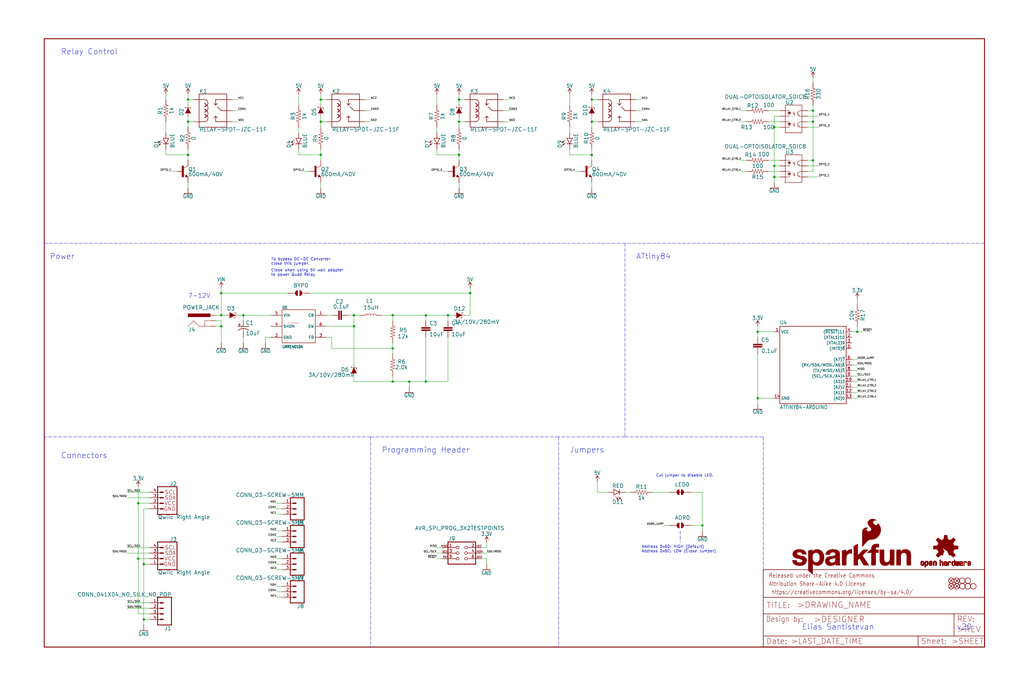
<source format=kicad_sch>
(kicad_sch (version 20211123) (generator eeschema)
  (paper "User" 470.306 317.906)
  (lib_symbols
    (symbol "schematicEagle-eagle-import:0.1UF-0402-10V-10%-X7R"
      (property "Reference" "C" (at 1.524 2.921 0))
      (property "Value" "0.1UF-0402-10V-10%-X7R" (at 1.524 -2.159 0))
      (symbol "0.1UF-0402-10V-10%-X7R_1_0"
        (pin passive line (at 0 5.08 270) (length 2.54) (name "1") (number "1"))
        (pin passive line (at 0 -2.54 90) (length 2.54) (name "2") (number "2"))
      )
    )
    (symbol "schematicEagle-eagle-import:0.1UF-0603-25V-(+80{slash}-20%)"
      (property "Reference" "C" (at 1.524 2.921 0))
      (property "Value" "0.1UF-0603-25V-(+80{slash}-20%)" (at 1.524 -2.159 0))
      (symbol "0.1UF-0603-25V-(+80{slash}-20%)_1_0"
        (pin passive line (at 0 5.08 270) (length 2.54) (name "1") (number "1"))
        (pin passive line (at 0 -2.54 90) (length 2.54) (name "2") (number "2"))
      )
    )
    (symbol "schematicEagle-eagle-import:0OHM-0603-1{slash}10W"
      (property "Reference" "R" (at 0 1.524 0))
      (property "Value" "0OHM-0603-1{slash}10W" (at 0 -1.524 0))
      (symbol "0OHM-0603-1{slash}10W_1_0"
        (pin passive line (at -5.08 0 0) (length 2.54) (name "1") (number "1"))
        (pin passive line (at 5.08 0 180) (length 2.54) (name "2") (number "2"))
      )
    )
    (symbol "schematicEagle-eagle-import:100OHM-0603-1{slash}10W-1%"
      (property "Reference" "R" (at 0 1.524 0))
      (property "Value" "100OHM-0603-1{slash}10W-1%" (at 0 -1.524 0))
      (symbol "100OHM-0603-1{slash}10W-1%_1_0"
        (pin passive line (at -5.08 0 0) (length 2.54) (name "1") (number "1"))
        (pin passive line (at 5.08 0 180) (length 2.54) (name "2") (number "2"))
      )
    )
    (symbol "schematicEagle-eagle-import:10KOHM-0603-1{slash}10W-1%"
      (property "Reference" "R" (at 0 1.524 0))
      (property "Value" "10KOHM-0603-1{slash}10W-1%" (at 0 -1.524 0))
      (symbol "10KOHM-0603-1{slash}10W-1%_1_0"
        (pin passive line (at -5.08 0 0) (length 2.54) (name "1") (number "1"))
        (pin passive line (at 5.08 0 180) (length 2.54) (name "2") (number "2"))
      )
    )
    (symbol "schematicEagle-eagle-import:10UF-0603-6.3V-20%"
      (property "Reference" "C" (at 1.524 2.921 0))
      (property "Value" "10UF-0603-6.3V-20%" (at 1.524 -2.159 0))
      (symbol "10UF-0603-6.3V-20%_1_0"
        (pin passive line (at 0 5.08 270) (length 2.54) (name "1") (number "1"))
        (pin passive line (at 0 -2.54 90) (length 2.54) (name "2") (number "2"))
      )
    )
    (symbol "schematicEagle-eagle-import:10UF-POLAR-EIA3528-20V-10%(TANT)"
      (property "Reference" "C" (at 1.016 0.635 0))
      (property "Value" "10UF-POLAR-EIA3528-20V-10%(TANT)" (at 1.016 -4.191 0))
      (symbol "10UF-POLAR-EIA3528-20V-10%(TANT)_1_0"
        (pin passive line (at 0 2.54 270) (length 2.54) (name "+") (number "A"))
        (pin passive line (at 0 -5.08 90) (length 2.54) (name "-") (number "C"))
      )
    )
    (symbol "schematicEagle-eagle-import:12KOHM-0603-1{slash}10W-1%"
      (property "Reference" "R" (at 0 1.524 0))
      (property "Value" "12KOHM-0603-1{slash}10W-1%" (at 0 -1.524 0))
      (symbol "12KOHM-0603-1{slash}10W-1%_1_0"
        (pin passive line (at -5.08 0 0) (length 2.54) (name "1") (number "1"))
        (pin passive line (at 5.08 0 180) (length 2.54) (name "2") (number "2"))
      )
    )
    (symbol "schematicEagle-eagle-import:1KOHM-0603-1{slash}10W-1%"
      (property "Reference" "R" (at 0 1.524 0))
      (property "Value" "1KOHM-0603-1{slash}10W-1%" (at 0 -1.524 0))
      (symbol "1KOHM-0603-1{slash}10W-1%_1_0"
        (pin passive line (at -5.08 0 0) (length 2.54) (name "1") (number "1"))
        (pin passive line (at 5.08 0 180) (length 2.54) (name "2") (number "2"))
      )
    )
    (symbol "schematicEagle-eagle-import:2.0KOHM-0603-1{slash}10W-5%"
      (property "Reference" "R" (at 0 1.524 0))
      (property "Value" "2.0KOHM-0603-1{slash}10W-5%" (at 0 -1.524 0))
      (symbol "2.0KOHM-0603-1{slash}10W-5%_1_0"
        (pin passive line (at -5.08 0 0) (length 2.54) (name "1") (number "1"))
        (pin passive line (at 5.08 0 180) (length 2.54) (name "2") (number "2"))
      )
    )
    (symbol "schematicEagle-eagle-import:3.3V" (power)
      (property "Value" "3.3V" (at 0 2.794 0))
      (symbol "3.3V_1_0"
        (pin power_in line (at 0 0 90) (length 2.54) (name "3.3V") (number "1"))
      )
    )
    (symbol "schematicEagle-eagle-import:330OHM-0603-1{slash}10W-1%"
      (property "Reference" "R" (at 0 1.524 0))
      (property "Value" "330OHM-0603-1{slash}10W-1%" (at 0 -1.524 0))
      (symbol "330OHM-0603-1{slash}10W-1%_1_0"
        (pin passive line (at -5.08 0 0) (length 2.54) (name "1") (number "1"))
        (pin passive line (at 5.08 0 180) (length 2.54) (name "2") (number "2"))
      )
    )
    (symbol "schematicEagle-eagle-import:5V" (power)
      (property "Value" "5V" (at 0 2.794 0))
      (symbol "5V_1_0"
        (pin power_in line (at 0 0 90) (length 2.54) (name "5V") (number "1"))
      )
    )
    (symbol "schematicEagle-eagle-import:ATTINY84-ARDUINO"
      (property "Reference" "U" (at -15.24 18.542 0))
      (property "Value" "ATTINY84-ARDUINO" (at -15.24 -20.32 0))
      (symbol "ATTINY84-ARDUINO_1_0"
        (pin bidirectional line (at -17.78 15.24 0) (length 2.54) (name "VCC") (number "1"))
        (pin bidirectional line (at 17.78 -7.62 180) (length 2.54) (name "(A3)3") (number "10"))
        (pin bidirectional line (at 17.78 -10.16 180) (length 2.54) (name "(A2)2") (number "11"))
        (pin bidirectional line (at 17.78 -12.7 180) (length 2.54) (name "(A1)1") (number "12"))
        (pin bidirectional line (at 17.78 -15.24 180) (length 2.54) (name "(A0)0") (number "13"))
        (pin bidirectional line (at -17.78 -15.24 0) (length 2.54) (name "GND") (number "14"))
        (pin bidirectional line (at 17.78 12.7 180) (length 2.54) (name "(XTAL1)10") (number "2"))
        (pin bidirectional line (at 17.78 10.16 180) (length 2.54) (name "(XTAL2)9") (number "3"))
        (pin bidirectional line (at 17.78 15.24 180) (length 2.54) (name "(~{RESET})11") (number "4"))
        (pin bidirectional line (at 17.78 7.62 180) (length 2.54) (name "(INT0)~{8}") (number "5"))
        (pin bidirectional line (at 17.78 2.54 180) (length 2.54) (name "(A7)~{7}") (number "6"))
        (pin bidirectional line (at 17.78 0 180) (length 2.54) (name "(RX/SDA/MOSI/A6)~{6}") (number "7"))
        (pin bidirectional line (at 17.78 -2.54 180) (length 2.54) (name "(TX/MISO/A5)~{5}") (number "8"))
        (pin bidirectional line (at 17.78 -5.08 180) (length 2.54) (name "(SCL/SCK/A4)4") (number "9"))
      )
    )
    (symbol "schematicEagle-eagle-import:AVR_SPI_PROG_3X2TESTPOINTS"
      (property "Reference" "J" (at -5.08 5.588 0))
      (property "Value" "AVR_SPI_PROG_3X2TESTPOINTS" (at -5.08 -7.366 0))
      (symbol "AVR_SPI_PROG_3X2TESTPOINTS_1_0"
        (text "GND" (at 8.001 -2.286 0) (effects (font (size 0.8128 0.8128)) (justify left bottom)))
        (text "MISO" (at -5.207 2.794 0) (effects (font (size 0.8128 0.8128)) (justify right bottom)))
        (text "MOSI" (at 8.001 0.254 0) (effects (font (size 0.8128 0.8128)) (justify left bottom)))
        (text "RST" (at -5.08 -2.286 0) (effects (font (size 0.8128 0.8128)) (justify right bottom)))
        (text "SCK" (at -5.207 0.254 0) (effects (font (size 0.8128 0.8128)) (justify right bottom)))
        (text "VCC" (at 8.001 2.794 0) (effects (font (size 0.8128 0.8128)) (justify left bottom)))
        (pin passive inverted (at -7.62 2.54 0) (length 7.62) (name "1") (number "1"))
        (pin passive inverted (at 10.16 2.54 180) (length 7.62) (name "2") (number "2"))
        (pin passive inverted (at -7.62 0 0) (length 7.62) (name "3") (number "3"))
        (pin passive inverted (at 10.16 0 180) (length 7.62) (name "4") (number "4"))
        (pin passive inverted (at -7.62 -2.54 0) (length 7.62) (name "5") (number "5"))
        (pin passive inverted (at 10.16 -2.54 180) (length 7.62) (name "6") (number "6"))
      )
    )
    (symbol "schematicEagle-eagle-import:CONN_03-SCREW-5MM"
      (property "Reference" "J" (at -2.54 5.588 0))
      (property "Value" "CONN_03-SCREW-5MM" (at -2.54 -7.366 0))
      (symbol "CONN_03-SCREW-5MM_1_0"
        (pin passive line (at 7.62 -2.54 180) (length 5.08) (name "1") (number "1"))
        (pin passive line (at 7.62 0 180) (length 5.08) (name "2") (number "2"))
        (pin passive line (at 7.62 2.54 180) (length 5.08) (name "3") (number "3"))
      )
    )
    (symbol "schematicEagle-eagle-import:CONN_041X04_NO_SILK_NO_POP"
      (property "Reference" "J" (at -5.08 8.128 0))
      (property "Value" "CONN_041X04_NO_SILK_NO_POP" (at -5.08 -7.366 0))
      (symbol "CONN_041X04_NO_SILK_NO_POP_1_0"
        (pin passive line (at 5.08 -2.54 180) (length 5.08) (name "1") (number "1"))
        (pin passive line (at 5.08 0 180) (length 5.08) (name "2") (number "2"))
        (pin passive line (at 5.08 2.54 180) (length 5.08) (name "3") (number "3"))
        (pin passive line (at 5.08 5.08 180) (length 5.08) (name "4") (number "4"))
      )
    )
    (symbol "schematicEagle-eagle-import:DIODE-SCHOTTKY-BAT20J"
      (property "Reference" "D" (at -2.54 2.032 0))
      (property "Value" "DIODE-SCHOTTKY-BAT20J" (at -2.54 -2.032 0))
      (symbol "DIODE-SCHOTTKY-BAT20J_1_0"
        (pin passive line (at -2.54 0 0) (length 0) (name "A") (number "A"))
        (pin passive line (at 2.54 0 180) (length 0) (name "C") (number "C"))
      )
    )
    (symbol "schematicEagle-eagle-import:DIODE-SCHOTTKY-BAT60A"
      (property "Reference" "D" (at -2.54 2.032 0))
      (property "Value" "DIODE-SCHOTTKY-BAT60A" (at -2.54 -2.032 0))
      (symbol "DIODE-SCHOTTKY-BAT60A_1_0"
        (pin passive line (at -2.54 0 0) (length 0) (name "A") (number "A"))
        (pin passive line (at 2.54 0 180) (length 0) (name "C") (number "C"))
      )
    )
    (symbol "schematicEagle-eagle-import:DIODE-SCHOTTKY-SS14"
      (property "Reference" "D" (at -2.54 2.032 0))
      (property "Value" "DIODE-SCHOTTKY-SS14" (at -2.54 -2.032 0))
      (symbol "DIODE-SCHOTTKY-SS14_1_0"
        (pin passive line (at -2.54 0 0) (length 0) (name "A") (number "A"))
        (pin passive line (at 2.54 0 180) (length 0) (name "C") (number "C"))
      )
    )
    (symbol "schematicEagle-eagle-import:DUAL-OPTOISOLATOR_SOIC8"
      (property "Reference" "U" (at -5.08 7.874 0))
      (property "Value" "DUAL-OPTOISOLATOR_SOIC8" (at -5.08 -5.334 0))
      (symbol "DUAL-OPTOISOLATOR_SOIC8_1_0"
        (pin bidirectional line (at -7.62 5.08 0) (length 2.54) (name "A1") (number "1"))
        (pin bidirectional line (at -7.62 2.54 0) (length 2.54) (name "C1") (number "2"))
        (pin bidirectional line (at -7.62 0 0) (length 2.54) (name "A2") (number "3"))
        (pin bidirectional line (at -7.62 -2.54 0) (length 2.54) (name "C2") (number "4"))
        (pin bidirectional line (at 5.08 -2.54 180) (length 2.54) (name "EM2") (number "5"))
        (pin bidirectional line (at 5.08 0 180) (length 2.54) (name "CL2") (number "6"))
        (pin bidirectional line (at 5.08 2.54 180) (length 2.54) (name "EM1") (number "7"))
        (pin bidirectional line (at 5.08 5.08 180) (length 2.54) (name "CL1") (number "8"))
      )
    )
    (symbol "schematicEagle-eagle-import:FIDUCIAL1X2")
    (symbol "schematicEagle-eagle-import:FRAME-LEDGER"
      (symbol "FRAME-LEDGER_2_0"
        (text " https://creativecommons.org/licenses/by-sa/4.0/" (at 2.54 24.13 0) (effects (font (size 1.9304 1.6408)) (justify left bottom)))
        (text ">DESIGNER" (at 23.114 11.176 0) (effects (font (size 2.7432 2.7432)) (justify left bottom)))
        (text ">DRAWING_NAME" (at 15.494 17.78 0) (effects (font (size 2.7432 2.7432)) (justify left bottom)))
        (text ">LAST_DATE_TIME" (at 12.7 1.27 0) (effects (font (size 2.54 2.54)) (justify left bottom)))
        (text ">REV" (at 88.9 6.604 0) (effects (font (size 2.7432 2.7432)) (justify left bottom)))
        (text ">SHEET" (at 86.36 1.27 0) (effects (font (size 2.54 2.54)) (justify left bottom)))
        (text "Attribution Share-Alike 4.0 License" (at 2.54 27.94 0) (effects (font (size 1.9304 1.6408)) (justify left bottom)))
        (text "Date:" (at 1.27 1.27 0) (effects (font (size 2.54 2.54)) (justify left bottom)))
        (text "Design by:" (at 1.27 11.43 0) (effects (font (size 2.54 2.159)) (justify left bottom)))
        (text "Released under the Creative Commons" (at 2.54 31.75 0) (effects (font (size 1.9304 1.6408)) (justify left bottom)))
        (text "REV:" (at 88.9 11.43 0) (effects (font (size 2.54 2.54)) (justify left bottom)))
        (text "Sheet:" (at 72.39 1.27 0) (effects (font (size 2.54 2.54)) (justify left bottom)))
        (text "TITLE:" (at 1.524 17.78 0) (effects (font (size 2.54 2.54)) (justify left bottom)))
      )
    )
    (symbol "schematicEagle-eagle-import:GND" (power)
      (property "Value" "GND" (at 0 -0.254 0))
      (symbol "GND_1_0"
        (pin power_in line (at 0 2.54 270) (length 2.54) (name "GND") (number "1"))
      )
    )
    (symbol "schematicEagle-eagle-import:I2C_STANDARDQWIIC"
      (property "Reference" "J" (at -5.08 7.874 0))
      (property "Value" "I2C_STANDARDQWIIC" (at -5.08 -5.334 0))
      (symbol "I2C_STANDARDQWIIC_1_0"
        (text "GND" (at -4.572 -2.54 0) (effects (font (size 1.778 1.778)) (justify left)))
        (text "SCL" (at -4.572 5.08 0) (effects (font (size 1.778 1.778)) (justify left)))
        (text "SDA" (at -4.572 2.54 0) (effects (font (size 1.778 1.778)) (justify left)))
        (text "VCC" (at -4.572 0 0) (effects (font (size 1.778 1.778)) (justify left)))
        (pin power_in line (at 7.62 -2.54 180) (length 5.08) (name "1") (number "1"))
        (pin power_in line (at 7.62 0 180) (length 5.08) (name "2") (number "2"))
        (pin passive line (at 7.62 2.54 180) (length 5.08) (name "3") (number "3"))
        (pin passive line (at 7.62 5.08 180) (length 5.08) (name "4") (number "4"))
      )
    )
    (symbol "schematicEagle-eagle-import:INDUCTOR-LQH5B-15UH"
      (property "Reference" "L" (at 1.27 2.54 0))
      (property "Value" "INDUCTOR-LQH5B-15UH" (at 1.27 -2.54 0))
      (symbol "INDUCTOR-LQH5B-15UH_1_0"
        (pin passive line (at 0 5.08 270) (length 2.54) (name "1") (number "P1"))
        (pin passive line (at 0 -5.08 90) (length 2.54) (name "2") (number "P2"))
      )
    )
    (symbol "schematicEagle-eagle-import:JUMPER-SMT_2_NC_TRACE_SILK"
      (property "Reference" "JP" (at -2.54 2.54 0))
      (property "Value" "JUMPER-SMT_2_NC_TRACE_SILK" (at -2.54 -2.54 0))
      (symbol "JUMPER-SMT_2_NC_TRACE_SILK_1_0"
        (pin passive line (at -5.08 0 0) (length 2.54) (name "1") (number "1"))
        (pin passive line (at 5.08 0 180) (length 2.54) (name "2") (number "2"))
      )
    )
    (symbol "schematicEagle-eagle-import:JUMPER-SMT_2_NO_SILK"
      (property "Reference" "JP" (at -2.54 2.54 0))
      (property "Value" "JUMPER-SMT_2_NO_SILK" (at -2.54 -2.54 0))
      (symbol "JUMPER-SMT_2_NO_SILK_1_0"
        (pin passive line (at -5.08 0 0) (length 2.54) (name "1") (number "1"))
        (pin passive line (at 5.08 0 180) (length 2.54) (name "2") (number "2"))
      )
    )
    (symbol "schematicEagle-eagle-import:LED-BLUE0603"
      (property "Reference" "D" (at -3.429 -4.572 90))
      (property "Value" "LED-BLUE0603" (at 1.905 -4.572 90))
      (symbol "LED-BLUE0603_1_0"
        (pin passive line (at 0 2.54 270) (length 2.54) (name "A") (number "A"))
        (pin passive line (at 0 -5.08 90) (length 2.54) (name "C") (number "C"))
      )
    )
    (symbol "schematicEagle-eagle-import:LED-RED0603"
      (property "Reference" "D" (at -3.429 -4.572 90))
      (property "Value" "LED-RED0603" (at 1.905 -4.572 90))
      (symbol "LED-RED0603_1_0"
        (pin passive line (at 0 2.54 270) (length 2.54) (name "A") (number "A"))
        (pin passive line (at 0 -5.08 90) (length 2.54) (name "C") (number "C"))
      )
    )
    (symbol "schematicEagle-eagle-import:LMR14010A"
      (property "Reference" "U" (at -7.62 7.874 0))
      (property "Value" "LMR14010A" (at -7.62 -10.16 0))
      (symbol "LMR14010A_1_0"
        (pin input line (at 12.7 5.08 180) (length 5.08) (name "CB") (number "1"))
        (pin power_in line (at -12.7 -5.08 0) (length 5.08) (name "GND") (number "2"))
        (pin input line (at 12.7 -5.08 180) (length 5.08) (name "FB") (number "3"))
        (pin input line (at -12.7 0 0) (length 5.08) (name "SHDN") (number "4"))
        (pin power_in line (at -12.7 5.08 0) (length 5.08) (name "VIN") (number "5"))
        (pin power_in line (at 12.7 0 180) (length 5.08) (name "SW") (number "6"))
      )
    )
    (symbol "schematicEagle-eagle-import:OSHW-LOGOS")
    (symbol "schematicEagle-eagle-import:POWER_JACK"
      (property "Reference" "J" (at -10.16 0 0))
      (property "Value" "POWER_JACK" (at -10.16 10.16 0))
      (symbol "POWER_JACK_1_0"
        (pin bidirectional line (at 2.54 2.54 180) (length 2.54) (name "GND") (number "GND"))
        (pin bidirectional line (at 2.54 5.08 180) (length 2.54) (name "GNDBREAK") (number "GNDBREAK"))
        (pin bidirectional line (at 2.54 7.62 180) (length 2.54) (name "PWR") (number "PWR"))
      )
    )
    (symbol "schematicEagle-eagle-import:RELAY-SPDT-JZC-11F"
      (property "Reference" "K" (at -7.62 7.874 0))
      (property "Value" "RELAY-SPDT-JZC-11F" (at -7.62 -9.652 0))
      (symbol "RELAY-SPDT-JZC-11F_1_0"
        (pin bidirectional line (at -10.16 -5.08 0) (length 2.54) (name "COIL2") (number "1"))
        (pin bidirectional line (at 7.62 5.08 180) (length 2.54) (name "NC") (number "2"))
        (pin bidirectional line (at 7.62 -5.08 180) (length 2.54) (name "NO") (number "3"))
        (pin bidirectional line (at 7.62 0 180) (length 2.54) (name "MAIN") (number "4"))
        (pin bidirectional line (at -10.16 5.08 0) (length 2.54) (name "COIL1") (number "5"))
      )
    )
    (symbol "schematicEagle-eagle-import:SFE_LOGO_NAME_FLAME.1_INCH")
    (symbol "schematicEagle-eagle-import:STAND-OFF")
    (symbol "schematicEagle-eagle-import:TRANS_NPN-MMBT2222AL"
      (property "Reference" "Q" (at 2.54 0 0))
      (property "Value" "TRANS_NPN-MMBT2222AL" (at 2.54 -2.286 0))
      (symbol "TRANS_NPN-MMBT2222AL_1_0"
        (pin passive line (at -2.54 0 0) (length 2.54) (name "B") (number "1"))
        (pin passive line (at 2.54 -5.08 90) (length 2.54) (name "E") (number "2"))
        (pin passive line (at 2.54 5.08 270) (length 2.54) (name "C") (number "3"))
      )
    )
    (symbol "schematicEagle-eagle-import:VIN" (power)
      (property "Value" "VIN" (at 0 2.794 0))
      (symbol "VIN_1_0"
        (pin power_in line (at 0 0 90) (length 2.54) (name "VIN") (number "1"))
      )
    )
  )
  (junction (at 210.82 71.12))
  (junction (at 101.6 149.86))
  (junction (at 271.78 55.88))
  (junction (at 66.04 284.48))
  (junction (at 271.78 71.12))
  (junction (at 187.96 175.26))
  (junction (at 373.38 55.88))
  (junction (at 210.82 55.88))
  (junction (at 210.82 45.72))
  (junction (at 180.34 144.78))
  (junction (at 355.6 81.28))
  (junction (at 355.6 58.42))
  (junction (at 86.36 45.72))
  (junction (at 215.9 134.62))
  (junction (at 373.38 73.66))
  (junction (at 101.6 144.78))
  (junction (at 347.98 152.4))
  (junction (at 355.6 76.2))
  (junction (at 271.78 45.72))
  (junction (at 180.34 175.26))
  (junction (at 162.56 144.78))
  (junction (at 393.7 152.4))
  (junction (at 101.6 134.62))
  (junction (at 180.34 160.02))
  (junction (at 66.04 259.08))
  (junction (at 373.38 50.8))
  (junction (at 111.76 144.78))
  (junction (at 195.58 144.78))
  (junction (at 147.32 45.72))
  (junction (at 162.56 149.86))
  (junction (at 195.58 175.26))
  (junction (at 147.32 71.12))
  (junction (at 205.74 144.78))
  (junction (at 63.5 231.14))
  (junction (at 347.98 182.88))
  (junction (at 63.5 256.54))
  (junction (at 86.36 71.12))
  (junction (at 147.32 55.88))
  (junction (at 322.58 241.3))
  (junction (at 86.36 55.88))
  (wire (pts (xy 370.84 50.8) (xy 373.38 50.8)))
  (polyline (pts (xy 20.32 111.76) (xy 287.02 111.76)))
  (wire (pts (xy 137.16 71.12) (xy 147.32 71.12)))
  (wire (pts (xy 271.78 58.42) (xy 271.78 55.88)))
  (wire (pts (xy 370.84 53.34) (xy 375.92 53.34)))
  (wire (pts (xy 340.36 50.8) (xy 342.9 50.8)))
  (wire (pts (xy 86.36 45.72) (xy 86.36 43.18)))
  (wire (pts (xy 205.74 154.94) (xy 205.74 175.26)))
  (wire (pts (xy 127 243.84) (xy 129.54 243.84)))
  (wire (pts (xy 78.74 78.74) (xy 81.28 78.74)))
  (wire (pts (xy 180.34 160.02) (xy 180.34 157.48)))
  (wire (pts (xy 353.06 50.8) (xy 358.14 50.8)))
  (polyline (pts (xy 256.54 200.66) (xy 170.18 200.66)))
  (wire (pts (xy 121.92 154.94) (xy 121.92 157.48)))
  (wire (pts (xy 147.32 48.26) (xy 147.32 45.72)))
  (wire (pts (xy 271.78 55.88) (xy 271.78 53.34)))
  (wire (pts (xy 99.06 144.78) (xy 101.6 144.78)))
  (wire (pts (xy 137.16 60.96) (xy 137.16 58.42)))
  (wire (pts (xy 307.34 241.3) (xy 304.8 241.3)))
  (wire (pts (xy 353.06 55.88) (xy 358.14 55.88)))
  (wire (pts (xy 124.46 154.94) (xy 121.92 154.94)))
  (wire (pts (xy 391.16 172.72) (xy 393.7 172.72)))
  (wire (pts (xy 342.9 73.66) (xy 340.36 73.66)))
  (wire (pts (xy 391.16 152.4) (xy 393.7 152.4)))
  (wire (pts (xy 76.2 45.72) (xy 76.2 43.18)))
  (wire (pts (xy 210.82 68.58) (xy 210.82 71.12)))
  (wire (pts (xy 358.14 58.42) (xy 355.6 58.42)))
  (wire (pts (xy 292.1 55.88) (xy 294.64 55.88)))
  (wire (pts (xy 373.38 35.56) (xy 373.38 38.1)))
  (wire (pts (xy 393.7 149.86) (xy 393.7 152.4)))
  (wire (pts (xy 111.76 147.32) (xy 111.76 144.78)))
  (wire (pts (xy 86.36 48.26) (xy 86.36 45.72)))
  (wire (pts (xy 63.5 281.94) (xy 63.5 256.54)))
  (polyline (pts (xy 170.18 200.66) (xy 170.18 297.18)))
  (wire (pts (xy 68.58 279.4) (xy 58.42 279.4)))
  (wire (pts (xy 86.36 45.72) (xy 88.9 45.72)))
  (wire (pts (xy 393.7 137.16) (xy 393.7 139.7)))
  (wire (pts (xy 373.38 73.66) (xy 373.38 55.88)))
  (wire (pts (xy 68.58 226.06) (xy 58.42 226.06)))
  (polyline (pts (xy 452.12 111.76) (xy 287.02 111.76)))
  (wire (pts (xy 353.06 73.66) (xy 358.14 73.66)))
  (polyline (pts (xy 170.18 200.66) (xy 20.32 200.66)))
  (wire (pts (xy 149.86 154.94) (xy 152.4 154.94)))
  (wire (pts (xy 355.6 152.4) (xy 347.98 152.4)))
  (wire (pts (xy 86.36 86.36) (xy 86.36 83.82)))
  (wire (pts (xy 101.6 157.48) (xy 101.6 149.86)))
  (wire (pts (xy 261.62 48.26) (xy 261.62 43.18)))
  (wire (pts (xy 137.16 43.18) (xy 137.16 48.26)))
  (wire (pts (xy 393.7 152.4) (xy 396.24 152.4)))
  (wire (pts (xy 342.9 78.74) (xy 340.36 78.74)))
  (wire (pts (xy 129.54 269.24) (xy 127 269.24)))
  (wire (pts (xy 373.38 78.74) (xy 373.38 73.66)))
  (wire (pts (xy 86.36 71.12) (xy 86.36 73.66)))
  (wire (pts (xy 86.36 68.58) (xy 86.36 71.12)))
  (wire (pts (xy 210.82 48.26) (xy 210.82 45.72)))
  (wire (pts (xy 223.52 251.46) (xy 223.52 248.92)))
  (wire (pts (xy 355.6 58.42) (xy 355.6 76.2)))
  (wire (pts (xy 213.36 55.88) (xy 210.82 55.88)))
  (wire (pts (xy 391.16 170.18) (xy 393.7 170.18)))
  (wire (pts (xy 317.5 241.3) (xy 322.58 241.3)))
  (wire (pts (xy 149.86 45.72) (xy 147.32 45.72)))
  (wire (pts (xy 373.38 50.8) (xy 373.38 48.26)))
  (polyline (pts (xy 256.54 200.66) (xy 256.54 297.18)))
  (wire (pts (xy 109.22 144.78) (xy 111.76 144.78)))
  (wire (pts (xy 101.6 147.32) (xy 101.6 149.86)))
  (wire (pts (xy 271.78 83.82) (xy 271.78 86.36)))
  (wire (pts (xy 180.34 144.78) (xy 180.34 147.32)))
  (wire (pts (xy 195.58 144.78) (xy 195.58 147.32)))
  (wire (pts (xy 231.14 50.8) (xy 233.68 50.8)))
  (wire (pts (xy 63.5 256.54) (xy 63.5 231.14)))
  (wire (pts (xy 274.32 220.98) (xy 274.32 226.06)))
  (wire (pts (xy 162.56 144.78) (xy 165.1 144.78)))
  (wire (pts (xy 76.2 71.12) (xy 86.36 71.12)))
  (wire (pts (xy 101.6 134.62) (xy 132.08 134.62)))
  (wire (pts (xy 101.6 144.78) (xy 101.6 134.62)))
  (wire (pts (xy 162.56 172.72) (xy 162.56 175.26)))
  (wire (pts (xy 231.14 45.72) (xy 233.68 45.72)))
  (wire (pts (xy 167.64 45.72) (xy 170.18 45.72)))
  (wire (pts (xy 203.2 256.54) (xy 200.66 256.54)))
  (wire (pts (xy 220.98 254) (xy 223.52 254)))
  (wire (pts (xy 187.96 175.26) (xy 180.34 175.26)))
  (wire (pts (xy 68.58 259.08) (xy 66.04 259.08)))
  (wire (pts (xy 274.32 45.72) (xy 271.78 45.72)))
  (wire (pts (xy 358.14 53.34) (xy 355.6 53.34)))
  (wire (pts (xy 147.32 86.36) (xy 147.32 83.82)))
  (wire (pts (xy 68.58 281.94) (xy 63.5 281.94)))
  (wire (pts (xy 180.34 175.26) (xy 162.56 175.26)))
  (wire (pts (xy 68.58 254) (xy 58.42 254)))
  (wire (pts (xy 147.32 73.66) (xy 147.32 71.12)))
  (wire (pts (xy 152.4 154.94) (xy 152.4 160.02)))
  (wire (pts (xy 175.26 144.78) (xy 180.34 144.78)))
  (wire (pts (xy 373.38 55.88) (xy 373.38 50.8)))
  (wire (pts (xy 210.82 55.88) (xy 210.82 58.42)))
  (wire (pts (xy 167.64 55.88) (xy 170.18 55.88)))
  (wire (pts (xy 213.36 144.78) (xy 215.9 144.78)))
  (wire (pts (xy 147.32 71.12) (xy 147.32 68.58)))
  (wire (pts (xy 129.54 271.78) (xy 127 271.78)))
  (wire (pts (xy 106.68 45.72) (xy 109.22 45.72)))
  (wire (pts (xy 220.98 251.46) (xy 223.52 251.46)))
  (polyline (pts (xy 287.02 200.66) (xy 256.54 200.66)))
  (wire (pts (xy 347.98 182.88) (xy 347.98 185.42)))
  (wire (pts (xy 68.58 233.68) (xy 66.04 233.68)))
  (wire (pts (xy 355.6 81.28) (xy 355.6 83.82)))
  (wire (pts (xy 129.54 274.32) (xy 127 274.32)))
  (wire (pts (xy 391.16 182.88) (xy 393.7 182.88)))
  (wire (pts (xy 210.82 86.36) (xy 210.82 83.82)))
  (wire (pts (xy 195.58 175.26) (xy 187.96 175.26)))
  (wire (pts (xy 129.54 231.14) (xy 127 231.14)))
  (wire (pts (xy 274.32 55.88) (xy 271.78 55.88)))
  (wire (pts (xy 205.74 175.26) (xy 195.58 175.26)))
  (wire (pts (xy 210.82 53.34) (xy 210.82 55.88)))
  (polyline (pts (xy 350.52 200.66) (xy 350.52 261.62)))
  (wire (pts (xy 203.2 251.46) (xy 200.66 251.46)))
  (wire (pts (xy 68.58 256.54) (xy 63.5 256.54)))
  (wire (pts (xy 391.16 175.26) (xy 393.7 175.26)))
  (wire (pts (xy 180.34 144.78) (xy 195.58 144.78)))
  (wire (pts (xy 322.58 241.3) (xy 322.58 243.84)))
  (wire (pts (xy 223.52 259.08) (xy 223.52 256.54)))
  (wire (pts (xy 195.58 154.94) (xy 195.58 175.26)))
  (wire (pts (xy 213.36 45.72) (xy 210.82 45.72)))
  (wire (pts (xy 261.62 71.12) (xy 271.78 71.12)))
  (wire (pts (xy 63.5 223.52) (xy 63.5 231.14)))
  (wire (pts (xy 261.62 60.96) (xy 261.62 58.42)))
  (wire (pts (xy 101.6 134.62) (xy 101.6 132.08)))
  (wire (pts (xy 106.68 55.88) (xy 109.22 55.88)))
  (wire (pts (xy 271.78 68.58) (xy 271.78 71.12)))
  (wire (pts (xy 124.46 144.78) (xy 111.76 144.78)))
  (wire (pts (xy 200.66 71.12) (xy 210.82 71.12)))
  (wire (pts (xy 66.04 287.02) (xy 66.04 284.48)))
  (wire (pts (xy 68.58 284.48) (xy 66.04 284.48)))
  (wire (pts (xy 271.78 43.18) (xy 271.78 45.72)))
  (wire (pts (xy 287.02 226.06) (xy 289.56 226.06)))
  (wire (pts (xy 137.16 68.58) (xy 137.16 71.12)))
  (wire (pts (xy 180.34 172.72) (xy 180.34 175.26)))
  (wire (pts (xy 162.56 167.64) (xy 162.56 149.86)))
  (wire (pts (xy 68.58 228.6) (xy 58.42 228.6)))
  (wire (pts (xy 111.76 157.48) (xy 111.76 154.94)))
  (wire (pts (xy 149.86 144.78) (xy 152.4 144.78)))
  (wire (pts (xy 167.64 50.8) (xy 170.18 50.8)))
  (wire (pts (xy 68.58 276.86) (xy 58.42 276.86)))
  (wire (pts (xy 162.56 149.86) (xy 162.56 144.78)))
  (wire (pts (xy 205.74 144.78) (xy 205.74 147.32)))
  (wire (pts (xy 317.5 226.06) (xy 322.58 226.06)))
  (wire (pts (xy 149.86 149.86) (xy 162.56 149.86)))
  (wire (pts (xy 66.04 233.68) (xy 66.04 259.08)))
  (wire (pts (xy 231.14 55.88) (xy 233.68 55.88)))
  (wire (pts (xy 129.54 248.92) (xy 127 248.92)))
  (wire (pts (xy 355.6 182.88) (xy 347.98 182.88)))
  (wire (pts (xy 271.78 45.72) (xy 271.78 48.26)))
  (wire (pts (xy 187.96 177.8) (xy 187.96 175.26)))
  (wire (pts (xy 358.14 81.28) (xy 355.6 81.28)))
  (wire (pts (xy 347.98 149.86) (xy 347.98 152.4)))
  (wire (pts (xy 370.84 81.28) (xy 375.92 81.28)))
  (wire (pts (xy 347.98 182.88) (xy 347.98 162.56)))
  (wire (pts (xy 355.6 76.2) (xy 355.6 81.28)))
  (wire (pts (xy 152.4 160.02) (xy 180.34 160.02)))
  (wire (pts (xy 391.16 167.64) (xy 393.7 167.64)))
  (wire (pts (xy 370.84 76.2) (xy 375.92 76.2)))
  (wire (pts (xy 274.32 226.06) (xy 279.4 226.06)))
  (wire (pts (xy 292.1 45.72) (xy 294.64 45.72)))
  (wire (pts (xy 200.66 68.58) (xy 200.66 71.12)))
  (wire (pts (xy 147.32 55.88) (xy 147.32 53.34)))
  (wire (pts (xy 391.16 180.34) (xy 393.7 180.34)))
  (wire (pts (xy 347.98 152.4) (xy 347.98 154.94)))
  (wire (pts (xy 149.86 55.88) (xy 147.32 55.88)))
  (wire (pts (xy 180.34 160.02) (xy 180.34 162.56)))
  (wire (pts (xy 195.58 144.78) (xy 205.74 144.78)))
  (wire (pts (xy 88.9 55.88) (xy 86.36 55.88)))
  (wire (pts (xy 200.66 48.26) (xy 200.66 43.18)))
  (wire (pts (xy 129.54 259.08) (xy 127 259.08)))
  (wire (pts (xy 358.14 76.2) (xy 355.6 76.2)))
  (wire (pts (xy 355.6 53.34) (xy 355.6 58.42)))
  (wire (pts (xy 215.9 144.78) (xy 215.9 134.62)))
  (wire (pts (xy 127 246.38) (xy 129.54 246.38)))
  (wire (pts (xy 76.2 68.58) (xy 76.2 71.12)))
  (wire (pts (xy 99.06 149.86) (xy 101.6 149.86)))
  (wire (pts (xy 101.6 144.78) (xy 104.14 144.78)))
  (wire (pts (xy 106.68 50.8) (xy 109.22 50.8)))
  (wire (pts (xy 271.78 71.12) (xy 271.78 73.66)))
  (wire (pts (xy 292.1 50.8) (xy 294.64 50.8)))
  (wire (pts (xy 215.9 134.62) (xy 215.9 132.08)))
  (wire (pts (xy 139.7 78.74) (xy 142.24 78.74)))
  (wire (pts (xy 86.36 58.42) (xy 86.36 55.88)))
  (polyline (pts (xy 287.02 111.76) (xy 287.02 200.66)))
  (wire (pts (xy 391.16 165.1) (xy 393.7 165.1)))
  (wire (pts (xy 147.32 43.18) (xy 147.32 45.72)))
  (wire (pts (xy 307.34 226.06) (xy 299.72 226.06)))
  (wire (pts (xy 200.66 58.42) (xy 200.66 60.96)))
  (wire (pts (xy 147.32 55.88) (xy 147.32 58.42)))
  (wire (pts (xy 160.02 144.78) (xy 162.56 144.78)))
  (wire (pts (xy 322.58 226.06) (xy 322.58 241.3)))
  (wire (pts (xy 220.98 256.54) (xy 223.52 256.54)))
  (wire (pts (xy 203.2 78.74) (xy 205.74 78.74)))
  (wire (pts (xy 142.24 134.62) (xy 215.9 134.62)))
  (wire (pts (xy 66.04 259.08) (xy 66.04 284.48)))
  (wire (pts (xy 210.82 43.18) (xy 210.82 45.72)))
  (wire (pts (xy 358.14 78.74) (xy 353.06 78.74)))
  (wire (pts (xy 210.82 71.12) (xy 210.82 73.66)))
  (wire (pts (xy 264.16 78.74) (xy 266.7 78.74)))
  (polyline (pts (xy 287.02 200.66) (xy 350.52 200.66)))
  (wire (pts (xy 261.62 71.12) (xy 261.62 68.58)))
  (wire (pts (xy 63.5 231.14) (xy 68.58 231.14)))
  (wire (pts (xy 129.54 236.22) (xy 127 236.22)))
  (wire (pts (xy 129.54 233.68) (xy 127 233.68)))
  (wire (pts (xy 370.84 78.74) (xy 373.38 78.74)))
  (wire (pts (xy 86.36 55.88) (xy 86.36 53.34)))
  (wire (pts (xy 370.84 73.66) (xy 373.38 73.66)))
  (wire (pts (xy 76.2 55.88) (xy 76.2 60.96)))
  (wire (pts (xy 208.28 144.78) (xy 205.74 144.78)))
  (wire (pts (xy 370.84 58.42) (xy 375.92 58.42)))
  (wire (pts (xy 370.84 55.88) (xy 373.38 55.88)))
  (wire (pts (xy 68.58 251.46) (xy 58.42 251.46)))
  (wire (pts (xy 99.06 147.32) (xy 101.6 147.32)))
  (wire (pts (xy 391.16 177.8) (xy 393.7 177.8)))
  (polyline (pts (xy 312.42 243.84) (xy 312.42 248.92)))
  (wire (pts (xy 129.54 256.54) (xy 127 256.54)))
  (wire (pts (xy 342.9 55.88) (xy 340.36 55.88)))
  (wire (pts (xy 129.54 261.62) (xy 127 261.62)))
  (wire (pts (xy 203.2 254) (xy 200.66 254)))
  (text "ATtiny84" (at 292.1 119.38 180) (effects (font (size 2.54 2.54)) (justify left bottom)))
  (text "7-12V" (at 86.36 137.16 180) (effects (font (size 2.032 2.032)) (justify left bottom)))
  (text "To bypass DC-DC Converter\nclose this jumper." (at 124.46 121.92 180) (effects (font (size 1.27 1.27)) (justify left bottom)))
  (text "v20" (at 439.42 289.56 180) (effects (font (size 2.54 2.54)) (justify left bottom)))
  (text "Jumpers" (at 261.62 208.28 180) (effects (font (size 2.54 2.54)) (justify left bottom)))
  (text "Programming Header" (at 175.26 208.28 180) (effects (font (size 2.54 2.54)) (justify left bottom)))
  (text "Power" (at 22.86 119.38 180) (effects (font (size 2.54 2.54)) (justify left bottom)))
  (text "Cut jumper to disable LED." (at 301.244 219.202 180) (effects (font (size 1.27 1.27)) (justify left bottom)))
  (text "Relay Control" (at 27.94 25.4 180) (effects (font (size 2.54 2.54)) (justify left bottom)))
  (text "Address 0x6D: HIGH (Default)\nAddress 0x6C: LOW (Close Jumper)" (at 294.64 254 0) (effects (font (size 1.27 1.27)) (justify left bottom)))
  (text "Elias Santistevan" (at 368.3 289.56 180) (effects (font (size 2.54 2.54)) (justify left bottom)))
  (text "Close when using 5V wall adapter\nto power Quad Relay" (at 124.46 127 0) (effects (font (size 1.27 1.27)) (justify left bottom)))
  (text "Connectors" (at 27.94 210.82 180) (effects (font (size 2.54 2.54)) (justify left bottom)))
  (label "~{RESET}" (at 200.66 256.54 180) (effects (font (size 0.889 0.889))))
  (label "NC1" (at 127 236.22 180) (effects (font (size 0.889 0.889))))
  (label "SCL/SCK" (at 58.42 226.06 0) (effects (font (size 0.889 0.889))))
  (label "SDA/MOSI" (at 58.42 254 180) (effects (font (size 0.889 0.889))))
  (label "COM4" (at 294.64 50.8 0) (effects (font (size 0.889 0.889))))
  (label "SCL/SCK" (at 58.42 276.86 0) (effects (font (size 0.889 0.889))))
  (label "NO1" (at 109.22 55.88 0) (effects (font (size 0.889 0.889))))
  (label "OPTO_3" (at 375.92 58.42 0) (effects (font (size 0.889 0.889))))
  (label "~{RESET}" (at 396.24 152.4 0) (effects (font (size 0.889 0.889))))
  (label "OPTO_1" (at 375.92 81.28 0) (effects (font (size 0.889 0.889))))
  (label "COM3" (at 127 259.08 180) (effects (font (size 0.889 0.889))))
  (label "NO2" (at 170.18 55.88 0) (effects (font (size 0.889 0.889))))
  (label "OPTO_2" (at 375.92 76.2 0) (effects (font (size 0.889 0.889))))
  (label "COM1" (at 109.22 50.8 0) (effects (font (size 0.889 0.889))))
  (label "RELAY_CTRL2" (at 393.7 177.8 0) (effects (font (size 0.889 0.889))))
  (label "NC3" (at 233.68 45.72 0) (effects (font (size 0.889 0.889))))
  (label "COM2" (at 127 246.38 180) (effects (font (size 0.889 0.889))))
  (label "MISO" (at 393.7 170.18 0) (effects (font (size 0.889 0.889))))
  (label "RELAY_CTRL4" (at 393.7 182.88 0) (effects (font (size 0.889 0.889))))
  (label "ADDR_JUMP" (at 304.8 241.3 180) (effects (font (size 0.889 0.889))))
  (label "RELAY_CTRL1" (at 340.36 50.8 180) (effects (font (size 0.889 0.889))))
  (label "COM1" (at 127 233.68 180) (effects (font (size 0.889 0.889))))
  (label "COM2" (at 170.18 50.8 0) (effects (font (size 0.889 0.889))))
  (label "RELAY_CTRL2" (at 340.36 55.88 180) (effects (font (size 0.889 0.889))))
  (label "RELAY_CTRL3" (at 393.7 180.34 0) (effects (font (size 0.889 0.889))))
  (label "NO3" (at 127 256.54 180) (effects (font (size 0.889 0.889))))
  (label "SCL/SCK" (at 200.66 254 180) (effects (font (size 0.889 0.889))))
  (label "NC2" (at 127 248.92 180) (effects (font (size 0.889 0.889))))
  (label "NC2" (at 170.18 45.72 0) (effects (font (size 0.889 0.889))))
  (label "COM3" (at 233.68 50.8 0) (effects (font (size 0.889 0.889))))
  (label "NO3" (at 233.68 55.88 0) (effects (font (size 0.889 0.889))))
  (label "NO4" (at 127 269.24 180) (effects (font (size 0.889 0.889))))
  (label "NO1" (at 127 231.14 180) (effects (font (size 0.889 0.889))))
  (label "NC1" (at 109.22 45.72 0) (effects (font (size 0.889 0.889))))
  (label "SDA/MOSI" (at 223.52 254 0) (effects (font (size 0.889 0.889))))
  (label "SCL/SCK" (at 58.42 251.46 0) (effects (font (size 0.889 0.889))))
  (label "ADDR_JUMP" (at 393.7 165.1 0) (effects (font (size 0.889 0.889))))
  (label "OPTO_1" (at 78.74 78.74 180) (effects (font (size 0.889 0.889))))
  (label "OPTO_3" (at 203.2 78.74 180) (effects (font (size 0.889 0.889))))
  (label "NC4" (at 294.64 45.72 0) (effects (font (size 0.889 0.889))))
  (label "OPTO_2" (at 139.7 78.74 180) (effects (font (size 0.889 0.889))))
  (label "NO4" (at 294.64 55.88 0) (effects (font (size 0.889 0.889))))
  (label "OPTO_4" (at 264.16 78.74 180) (effects (font (size 0.889 0.889))))
  (label "MISO" (at 200.66 251.46 180) (effects (font (size 0.889 0.889))))
  (label "SDA/MOSI" (at 58.42 228.6 180) (effects (font (size 0.889 0.889))))
  (label "RELAY_CTRL1" (at 393.7 175.26 0) (effects (font (size 0.889 0.889))))
  (label "NC3" (at 127 261.62 180) (effects (font (size 0.889 0.889))))
  (label "COM4" (at 127 271.78 180) (effects (font (size 0.889 0.889))))
  (label "NC4" (at 127 274.32 180) (effects (font (size 0.889 0.889))))
  (label "SDA/MOSI" (at 58.42 279.4 0) (effects (font (size 0.889 0.889))))
  (label "OPTO_4" (at 375.92 53.34 0) (effects (font (size 0.889 0.889))))
  (label "RELAY_CTRL4" (at 340.36 78.74 180) (effects (font (size 0.889 0.889))))
  (label "SDA/MOSI" (at 393.7 167.64 0) (effects (font (size 0.889 0.889))))
  (label "NO2" (at 127 243.84 180) (effects (font (size 0.889 0.889))))
  (label "SCL/SCK" (at 393.7 172.72 0) (effects (font (size 0.889 0.889))))
  (label "RELAY_CTRL3" (at 340.36 73.66 180) (effects (font (size 0.889 0.889))))
  (symbol (lib_id "schematicEagle-eagle-import:GND") (at 86.36 88.9 0) (unit 1)
    (property "Reference" "#GND1" (effects hide))
    (property "Value" "GND" (at 86.36 89.154 0) (effects (font (size 1.778 1.5113)) (justify top)))
    (property "Footprint" "schematicEagle:" (effects hide))
  )
  (symbol (lib_id "schematicEagle-eagle-import:FIDUCIAL1X2") (at 439.42 266.7 0) (unit 1)
    (property "Reference" "FD3" (effects hide))
    (property "Value" "FIDUCIAL1X2" (effects hide))
    (property "Footprint" "schematicEagle:FIDUCIAL-1X2" (effects hide))
  )
  (symbol (lib_id "schematicEagle-eagle-import:100OHM-0603-1{slash}10W-1%") (at 347.98 55.88 180) (unit 1)
    (property "Reference" "R13" (at 342.9 57.404 0) (effects (font (size 1.778 1.778)) (justify bottom)))
    (property "Value" "100" (at 353.06 59.436 0) (effects (font (size 1.778 1.778)) (justify top)))
    (property "Footprint" "schematicEagle:0603" (effects hide))
  )
  (symbol (lib_id "schematicEagle-eagle-import:DIODE-SCHOTTKY-BAT20J") (at 210.82 50.8 90) (unit 1)
    (property "Reference" "D8" (at 208.788 53.34 0) (effects (font (size 1.778 1.778)) (justify left bottom)))
    (property "Value" "1A/23V/620mV" (effects hide))
    (property "Footprint" "schematicEagle:SOD-323" (effects hide))
  )
  (symbol (lib_id "schematicEagle-eagle-import:0OHM-0603-1{slash}10W") (at 147.32 63.5 90) (unit 1)
    (property "Reference" "R4" (at 145.796 63.5 0) (effects (font (size 1.778 1.778)) (justify bottom)))
    (property "Value" "0" (at 148.844 63.5 0) (effects (font (size 1.778 1.778)) (justify top)))
    (property "Footprint" "schematicEagle:0603" (effects hide))
  )
  (symbol (lib_id "schematicEagle-eagle-import:100OHM-0603-1{slash}10W-1%") (at 347.98 78.74 180) (unit 1)
    (property "Reference" "R15" (at 347.98 80.264 0) (effects (font (size 1.778 1.778)) (justify bottom)))
    (property "Value" "100" (at 347.98 77.216 0) (effects (font (size 1.778 1.778)) (justify top)))
    (property "Footprint" "schematicEagle:0603" (effects hide))
  )
  (symbol (lib_id "schematicEagle-eagle-import:TRANS_NPN-MMBT2222AL") (at 269.24 78.74 0) (unit 1)
    (property "Reference" "Q4" (at 271.78 78.74 0) (effects (font (size 1.778 1.778)) (justify left bottom)))
    (property "Value" "600mA/40V" (at 271.78 81.026 0) (effects (font (size 1.778 1.778)) (justify left bottom)))
    (property "Footprint" "schematicEagle:SOT23-3" (effects hide))
  )
  (symbol (lib_id "schematicEagle-eagle-import:JUMPER-SMT_2_NO_SILK") (at 137.16 134.62 0) (unit 1)
    (property "Reference" "BYP0" (at 134.62 132.08 0) (effects (font (size 1.778 1.778)) (justify left bottom)))
    (property "Value" "JUMPER-SMT_2_NO_SILK" (effects hide))
    (property "Footprint" "schematicEagle:SMT-JUMPER_2_NO_SILK" (effects hide))
  )
  (symbol (lib_id "schematicEagle-eagle-import:GND") (at 355.6 86.36 0) (unit 1)
    (property "Reference" "#GND2" (effects hide))
    (property "Value" "GND" (at 355.6 86.614 0) (effects (font (size 1.778 1.5113)) (justify top)))
    (property "Footprint" "schematicEagle:" (effects hide))
  )
  (symbol (lib_id "schematicEagle-eagle-import:12KOHM-0603-1{slash}10W-1%") (at 180.34 152.4 90) (unit 1)
    (property "Reference" "R5" (at 185.166 150.622 90) (effects (font (size 1.778 1.778)) (justify bottom)))
    (property "Value" "12k" (at 185.166 155.448 90) (effects (font (size 1.778 1.778)) (justify top)))
    (property "Footprint" "schematicEagle:0603" (effects hide))
  )
  (symbol (lib_id "schematicEagle-eagle-import:DIODE-SCHOTTKY-SS14") (at 106.68 144.78 0) (unit 1)
    (property "Reference" "D3" (at 104.14 142.748 0) (effects (font (size 1.778 1.778)) (justify left bottom)))
    (property "Value" "1A/40V/500mV" (effects hide))
    (property "Footprint" "schematicEagle:SMA-DIODE" (effects hide))
  )
  (symbol (lib_id "schematicEagle-eagle-import:2.0KOHM-0603-1{slash}10W-5%") (at 180.34 167.64 90) (unit 1)
    (property "Reference" "R6" (at 184.404 165.1 90) (effects (font (size 1.778 1.778)) (justify bottom)))
    (property "Value" "2.0k" (at 184.404 169.672 90) (effects (font (size 1.778 1.778)) (justify top)))
    (property "Footprint" "schematicEagle:0603" (effects hide))
  )
  (symbol (lib_id "schematicEagle-eagle-import:TRANS_NPN-MMBT2222AL") (at 208.28 78.74 0) (unit 1)
    (property "Reference" "Q3" (at 210.82 78.74 0) (effects (font (size 1.778 1.778)) (justify left bottom)))
    (property "Value" "600mA/40V" (at 210.82 81.026 0) (effects (font (size 1.778 1.778)) (justify left bottom)))
    (property "Footprint" "schematicEagle:SOT23-3" (effects hide))
  )
  (symbol (lib_id "schematicEagle-eagle-import:JUMPER-SMT_2_NO_SILK") (at 312.42 241.3 0) (unit 1)
    (property "Reference" "ADR0" (at 309.88 238.76 0) (effects (font (size 1.778 1.778)) (justify left bottom)))
    (property "Value" "JUMPER-SMT_2_NO_SILK" (effects hide))
    (property "Footprint" "schematicEagle:SMT-JUMPER_2_NO_SILK" (effects hide))
  )
  (symbol (lib_id "schematicEagle-eagle-import:5V") (at 274.32 220.98 0) (unit 1)
    (property "Reference" "#SUPPLY2" (effects hide))
    (property "Value" "5V" (at 274.32 218.186 0) (effects (font (size 1.778 1.5113)) (justify bottom)))
    (property "Footprint" "schematicEagle:" (effects hide))
  )
  (symbol (lib_id "schematicEagle-eagle-import:RELAY-SPDT-JZC-11F") (at 99.06 50.8 0) (unit 1)
    (property "Reference" "K1" (at 91.44 42.926 0) (effects (font (size 1.778 1.778)) (justify left bottom)))
    (property "Value" "RELAY-SPDT-JZC-11F" (at 91.44 60.452 0) (effects (font (size 1.778 1.778)) (justify left bottom)))
    (property "Footprint" "schematicEagle:RELAY-JZC" (effects hide))
  )
  (symbol (lib_id "schematicEagle-eagle-import:GND") (at 187.96 180.34 0) (unit 1)
    (property "Reference" "#GND20" (effects hide))
    (property "Value" "GND" (at 187.96 180.594 0) (effects (font (size 1.778 1.5113)) (justify top)))
    (property "Footprint" "schematicEagle:" (effects hide))
  )
  (symbol (lib_id "schematicEagle-eagle-import:STAND-OFF") (at 444.5 266.7 0) (unit 1)
    (property "Reference" "JP6" (effects hide))
    (property "Value" "STAND-OFF" (effects hide))
    (property "Footprint" "schematicEagle:STAND-OFF" (effects hide))
  )
  (symbol (lib_id "schematicEagle-eagle-import:GND") (at 347.98 187.96 0) (unit 1)
    (property "Reference" "#GND3" (effects hide))
    (property "Value" "GND" (at 347.98 188.214 0) (effects (font (size 1.778 1.5113)) (justify top)))
    (property "Footprint" "schematicEagle:" (effects hide))
  )
  (symbol (lib_id "schematicEagle-eagle-import:STAND-OFF") (at 441.96 269.24 0) (unit 1)
    (property "Reference" "JP5" (effects hide))
    (property "Value" "STAND-OFF" (effects hide))
    (property "Footprint" "schematicEagle:STAND-OFF" (effects hide))
  )
  (symbol (lib_id "schematicEagle-eagle-import:GND") (at 223.52 261.62 0) (unit 1)
    (property "Reference" "#GND7" (effects hide))
    (property "Value" "GND" (at 220.98 264.16 0) (effects (font (size 1.778 1.5113)) (justify left bottom)))
    (property "Footprint" "schematicEagle:" (effects hide))
  )
  (symbol (lib_id "schematicEagle-eagle-import:GND") (at 322.58 246.38 0) (unit 1)
    (property "Reference" "#GND18" (effects hide))
    (property "Value" "GND" (at 322.58 246.634 0) (effects (font (size 1.778 1.5113)) (justify top)))
    (property "Footprint" "schematicEagle:" (effects hide))
  )
  (symbol (lib_id "schematicEagle-eagle-import:DIODE-SCHOTTKY-BAT20J") (at 86.36 50.8 90) (unit 1)
    (property "Reference" "D2" (at 84.328 53.34 0) (effects (font (size 1.778 1.778)) (justify left bottom)))
    (property "Value" "1A/23V/620mV" (effects hide))
    (property "Footprint" "schematicEagle:SOD-323" (effects hide))
  )
  (symbol (lib_id "schematicEagle-eagle-import:10KOHM-0603-1{slash}10W-1%") (at 393.7 144.78 270) (unit 1)
    (property "Reference" "R17" (at 395.224 144.78 0) (effects (font (size 1.778 1.778)) (justify bottom)))
    (property "Value" "10k" (at 392.176 144.78 0) (effects (font (size 1.778 1.778)) (justify top)))
    (property "Footprint" "schematicEagle:0603" (effects hide))
  )
  (symbol (lib_id "schematicEagle-eagle-import:5V") (at 215.9 132.08 0) (unit 1)
    (property "Reference" "#SUPPLY7" (effects hide))
    (property "Value" "5V" (at 215.9 129.286 0) (effects (font (size 1.778 1.5113)) (justify bottom)))
    (property "Footprint" "schematicEagle:" (effects hide))
  )
  (symbol (lib_id "schematicEagle-eagle-import:CONN_03-SCREW-5MM") (at 137.16 271.78 180) (unit 1)
    (property "Reference" "J8" (at 139.7 277.368 0) (effects (font (size 1.778 1.778)) (justify left bottom)))
    (property "Value" "CONN_03-SCREW-5MM" (at 139.7 264.414 0) (effects (font (size 1.778 1.778)) (justify left bottom)))
    (property "Footprint" "schematicEagle:SCREWTERMINAL-5MM-3" (effects hide))
  )
  (symbol (lib_id "schematicEagle-eagle-import:OSHW-LOGOS") (at 434.34 251.46 0) (unit 1)
    (property "Reference" "LOGO2" (effects hide))
    (property "Value" "OSHW-LOGOS" (effects hide))
    (property "Footprint" "schematicEagle:OSHW-LOGO-S" (effects hide))
  )
  (symbol (lib_id "schematicEagle-eagle-import:TRANS_NPN-MMBT2222AL") (at 83.82 78.74 0) (unit 1)
    (property "Reference" "Q1" (at 86.36 78.74 0) (effects (font (size 1.778 1.778)) (justify left bottom)))
    (property "Value" "600mA/40V" (at 86.36 81.026 0) (effects (font (size 1.778 1.778)) (justify left bottom)))
    (property "Footprint" "schematicEagle:SOT23-3" (effects hide))
  )
  (symbol (lib_id "schematicEagle-eagle-import:STAND-OFF") (at 441.96 266.7 0) (unit 1)
    (property "Reference" "JP4" (effects hide))
    (property "Value" "STAND-OFF" (effects hide))
    (property "Footprint" "schematicEagle:STAND-OFF" (effects hide))
  )
  (symbol (lib_id "schematicEagle-eagle-import:LED-BLUE0603") (at 76.2 63.5 0) (unit 1)
    (property "Reference" "D1" (at 72.771 68.072 90) (effects (font (size 1.778 1.778)) (justify left bottom)))
    (property "Value" "BLUE" (at 78.105 68.072 90) (effects (font (size 1.778 1.778)) (justify left top)))
    (property "Footprint" "schematicEagle:LED-0603" (effects hide))
  )
  (symbol (lib_id "schematicEagle-eagle-import:5V") (at 210.82 43.18 0) (unit 1)
    (property "Reference" "#SUPPLY9" (effects hide))
    (property "Value" "5V" (at 210.82 40.386 0) (effects (font (size 1.778 1.5113)) (justify bottom)))
    (property "Footprint" "schematicEagle:" (effects hide))
  )
  (symbol (lib_id "schematicEagle-eagle-import:GND") (at 101.6 160.02 0) (unit 1)
    (property "Reference" "#GND13" (effects hide))
    (property "Value" "GND" (at 101.6 160.274 0) (effects (font (size 1.778 1.5113)) (justify top)))
    (property "Footprint" "schematicEagle:" (effects hide))
  )
  (symbol (lib_id "schematicEagle-eagle-import:10UF-0603-6.3V-20%") (at 205.74 152.4 0) (unit 1)
    (property "Reference" "C4" (at 207.264 149.479 0) (effects (font (size 1.778 1.778)) (justify left bottom)))
    (property "Value" "10uF" (at 207.264 154.559 0) (effects (font (size 1.778 1.778)) (justify left bottom)))
    (property "Footprint" "schematicEagle:0603" (effects hide))
  )
  (symbol (lib_id "schematicEagle-eagle-import:0.1UF-0402-10V-10%-X7R") (at 157.48 144.78 90) (unit 1)
    (property "Reference" "C2" (at 157.734 137.541 90) (effects (font (size 1.778 1.778)) (justify left bottom)))
    (property "Value" "0.1uF" (at 152.908 141.859 90) (effects (font (size 1.778 1.778)) (justify right top)))
    (property "Footprint" "schematicEagle:0402" (effects hide))
  )
  (symbol (lib_id "schematicEagle-eagle-import:GND") (at 271.78 88.9 0) (unit 1)
    (property "Reference" "#GND11" (effects hide))
    (property "Value" "GND" (at 271.78 89.154 0) (effects (font (size 1.778 1.5113)) (justify top)))
    (property "Footprint" "schematicEagle:" (effects hide))
  )
  (symbol (lib_id "schematicEagle-eagle-import:FRAME-LEDGER") (at 350.52 297.18 0) (unit 2)
    (property "Reference" "FRAME1" (effects hide))
    (property "Value" "FRAME-LEDGER" (effects hide))
    (property "Footprint" "schematicEagle:CREATIVE_COMMONS" (effects hide))
  )
  (symbol (lib_id "schematicEagle-eagle-import:3.3V") (at 223.52 248.92 0) (unit 1)
    (property "Reference" "#SUPPLY17" (effects hide))
    (property "Value" "3.3V" (at 223.52 246.126 0) (effects (font (size 1.778 1.5113)) (justify bottom)))
    (property "Footprint" "schematicEagle:" (effects hide))
  )
  (symbol (lib_id "schematicEagle-eagle-import:1KOHM-0603-1{slash}10W-1%") (at 294.64 226.06 0) (unit 1)
    (property "Reference" "R11" (at 294.64 224.536 0) (effects (font (size 1.778 1.778)) (justify bottom)))
    (property "Value" "1k" (at 294.64 227.584 0) (effects (font (size 1.778 1.778)) (justify top)))
    (property "Footprint" "schematicEagle:0603" (effects hide))
  )
  (symbol (lib_id "schematicEagle-eagle-import:5V") (at 271.78 43.18 0) (unit 1)
    (property "Reference" "#SUPPLY11" (effects hide))
    (property "Value" "5V" (at 271.78 40.386 0) (effects (font (size 1.778 1.5113)) (justify bottom)))
    (property "Footprint" "schematicEagle:" (effects hide))
  )
  (symbol (lib_id "schematicEagle-eagle-import:100OHM-0603-1{slash}10W-1%") (at 347.98 73.66 180) (unit 1)
    (property "Reference" "R14" (at 344.678 70.104 0) (effects (font (size 1.778 1.778)) (justify bottom)))
    (property "Value" "100" (at 350.774 71.882 0) (effects (font (size 1.778 1.778)) (justify top)))
    (property "Footprint" "schematicEagle:0603" (effects hide))
  )
  (symbol (lib_id "schematicEagle-eagle-import:GND") (at 121.92 160.02 0) (unit 1)
    (property "Reference" "#GND19" (effects hide))
    (property "Value" "GND" (at 121.92 160.274 0) (effects (font (size 1.778 1.5113)) (justify top)))
    (property "Footprint" "schematicEagle:" (effects hide))
  )
  (symbol (lib_id "schematicEagle-eagle-import:1KOHM-0603-1{slash}10W-1%") (at 200.66 53.34 90) (unit 1)
    (property "Reference" "R7" (at 199.136 53.34 0) (effects (font (size 1.778 1.778)) (justify bottom)))
    (property "Value" "1k" (at 202.184 53.34 0) (effects (font (size 1.778 1.778)) (justify top)))
    (property "Footprint" "schematicEagle:0603" (effects hide))
  )
  (symbol (lib_id "schematicEagle-eagle-import:FIDUCIAL1X2") (at 436.88 269.24 0) (unit 1)
    (property "Reference" "FD2" (effects hide))
    (property "Value" "FIDUCIAL1X2" (effects hide))
    (property "Footprint" "schematicEagle:FIDUCIAL-1X2" (effects hide))
  )
  (symbol (lib_id "schematicEagle-eagle-import:DUAL-OPTOISOLATOR_SOIC8") (at 365.76 78.74 0) (unit 1)
    (property "Reference" "U3" (at 360.68 70.866 0) (effects (font (size 1.778 1.778)) (justify left bottom)))
    (property "Value" "DUAL-OPTOISOLATOR_SOIC8" (at 332.74 66.294 0) (effects (font (size 1.778 1.778)) (justify left top)))
    (property "Footprint" "schematicEagle:SO08" (effects hide))
  )
  (symbol (lib_id "schematicEagle-eagle-import:CONN_041X04_NO_SILK_NO_POP") (at 73.66 279.4 180) (unit 1)
    (property "Reference" "J1" (at 78.74 287.528 0) (effects (font (size 1.778 1.778)) (justify left bottom)))
    (property "Value" "CONN_041X04_NO_SILK_NO_POP" (at 78.74 272.034 0) (effects (font (size 1.778 1.778)) (justify left bottom)))
    (property "Footprint" "schematicEagle:1X04_NO_SILK" (effects hide))
  )
  (symbol (lib_id "schematicEagle-eagle-import:1KOHM-0603-1{slash}10W-1%") (at 76.2 50.8 90) (unit 1)
    (property "Reference" "R1" (at 74.676 50.8 0) (effects (font (size 1.778 1.778)) (justify bottom)))
    (property "Value" "1k" (at 77.724 50.8 0) (effects (font (size 1.778 1.778)) (justify top)))
    (property "Footprint" "schematicEagle:0603" (effects hide))
  )
  (symbol (lib_id "schematicEagle-eagle-import:ATTINY84-ARDUINO") (at 373.38 167.64 0) (unit 1)
    (property "Reference" "U4" (at 358.14 149.098 0) (effects (font (size 1.778 1.5113)) (justify left bottom)))
    (property "Value" "ATTINY84-ARDUINO" (at 358.14 187.96 0) (effects (font (size 1.778 1.5113)) (justify left bottom)))
    (property "Footprint" "schematicEagle:SO14" (effects hide))
  )
  (symbol (lib_id "schematicEagle-eagle-import:I2C_STANDARDQWIIC") (at 76.2 231.14 0) (mirror y) (unit 1)
    (property "Reference" "J2" (at 81.28 223.266 0) (effects (font (size 1.778 1.778)) (justify left bottom)))
    (property "Value" "Qwiic Right Angle" (at 96.52 236.474 0) (effects (font (size 1.778 1.778)) (justify left top)))
    (property "Footprint" "schematicEagle:JST04_1MM_RA" (effects hide))
  )
  (symbol (lib_id "schematicEagle-eagle-import:DIODE-SCHOTTKY-BAT20J") (at 147.32 50.8 90) (unit 1)
    (property "Reference" "D5" (at 145.288 53.34 0) (effects (font (size 1.778 1.778)) (justify left bottom)))
    (property "Value" "1A/23V/620mV" (effects hide))
    (property "Footprint" "schematicEagle:SOD-323" (effects hide))
  )
  (symbol (lib_id "schematicEagle-eagle-import:5V") (at 261.62 43.18 0) (unit 1)
    (property "Reference" "#SUPPLY10" (effects hide))
    (property "Value" "5V" (at 261.62 40.386 0) (effects (font (size 1.778 1.5113)) (justify bottom)))
    (property "Footprint" "schematicEagle:" (effects hide))
  )
  (symbol (lib_id "schematicEagle-eagle-import:1KOHM-0603-1{slash}10W-1%") (at 261.62 53.34 90) (unit 1)
    (property "Reference" "R9" (at 260.096 53.34 0) (effects (font (size 1.778 1.778)) (justify bottom)))
    (property "Value" "1k" (at 263.144 53.34 0) (effects (font (size 1.778 1.778)) (justify top)))
    (property "Footprint" "schematicEagle:0603" (effects hide))
  )
  (symbol (lib_id "schematicEagle-eagle-import:0.1UF-0603-25V-(+80{slash}-20%)") (at 347.98 160.02 0) (unit 1)
    (property "Reference" "C5" (at 349.504 157.099 0) (effects (font (size 1.778 1.778)) (justify left bottom)))
    (property "Value" "0.1uF" (at 349.504 162.179 0) (effects (font (size 1.778 1.778)) (justify left bottom)))
    (property "Footprint" "schematicEagle:0603" (effects hide))
  )
  (symbol (lib_id "schematicEagle-eagle-import:330OHM-0603-1{slash}10W-1%") (at 373.38 43.18 90) (unit 1)
    (property "Reference" "R16" (at 371.856 43.18 0) (effects (font (size 1.778 1.778)) (justify bottom)))
    (property "Value" "330" (at 374.904 43.18 0) (effects (font (size 1.778 1.778)) (justify top)))
    (property "Footprint" "schematicEagle:0603" (effects hide))
  )
  (symbol (lib_id "schematicEagle-eagle-import:DIODE-SCHOTTKY-BAT20J") (at 271.78 50.8 90) (unit 1)
    (property "Reference" "D10" (at 269.748 53.34 0) (effects (font (size 1.778 1.778)) (justify left bottom)))
    (property "Value" "1A/23V/620mV" (effects hide))
    (property "Footprint" "schematicEagle:SOD-323" (effects hide))
  )
  (symbol (lib_id "schematicEagle-eagle-import:FIDUCIAL1X2") (at 436.88 266.7 0) (unit 1)
    (property "Reference" "FD1" (effects hide))
    (property "Value" "FIDUCIAL1X2" (effects hide))
    (property "Footprint" "schematicEagle:FIDUCIAL-1X2" (effects hide))
  )
  (symbol (lib_id "schematicEagle-eagle-import:5V") (at 373.38 35.56 0) (unit 1)
    (property "Reference" "#SUPPLY15" (effects hide))
    (property "Value" "5V" (at 373.38 32.766 0) (effects (font (size 1.778 1.5113)) (justify bottom)))
    (property "Footprint" "schematicEagle:" (effects hide))
  )
  (symbol (lib_id "schematicEagle-eagle-import:3.3V") (at 63.5 223.52 0) (unit 1)
    (property "Reference" "#SUPPLY6" (effects hide))
    (property "Value" "3.3V" (at 63.5 220.726 0) (effects (font (size 1.778 1.5113)) (justify bottom)))
    (property "Footprint" "schematicEagle:" (effects hide))
  )
  (symbol (lib_id "schematicEagle-eagle-import:5V") (at 147.32 43.18 0) (unit 1)
    (property "Reference" "#SUPPLY4" (effects hide))
    (property "Value" "5V" (at 147.32 40.386 0) (effects (font (size 1.778 1.5113)) (justify bottom)))
    (property "Footprint" "schematicEagle:" (effects hide))
  )
  (symbol (lib_id "schematicEagle-eagle-import:5V") (at 200.66 43.18 0) (unit 1)
    (property "Reference" "#SUPPLY8" (effects hide))
    (property "Value" "5V" (at 200.66 40.386 0) (effects (font (size 1.778 1.5113)) (justify bottom)))
    (property "Footprint" "schematicEagle:" (effects hide))
  )
  (symbol (lib_id "schematicEagle-eagle-import:DIODE-SCHOTTKY-BAT60A") (at 162.56 170.18 90) (unit 1)
    (property "Reference" "D6" (at 160.274 168.656 90) (effects (font (size 1.778 1.778)) (justify left bottom)))
    (property "Value" "3A/10V/280mV" (at 141.478 171.196 90) (effects (font (size 1.778 1.778)) (justify right bottom)))
    (property "Footprint" "schematicEagle:SOD-323" (effects hide))
  )
  (symbol (lib_id "schematicEagle-eagle-import:FRAME-LEDGER") (at 20.32 297.18 0) (unit 1)
    (property "Reference" "FRAME1" (effects hide))
    (property "Value" "FRAME-LEDGER" (effects hide))
    (property "Footprint" "schematicEagle:CREATIVE_COMMONS" (effects hide))
  )
  (symbol (lib_id "schematicEagle-eagle-import:POWER_JACK") (at 96.52 152.4 0) (unit 1)
    (property "Reference" "J4" (at 86.36 152.4 0) (effects (font (size 1.778 1.778)) (justify left bottom)))
    (property "Value" "POWER_JACK" (at 83.82 142.24 0) (effects (font (size 1.778 1.778)) (justify left bottom)))
    (property "Footprint" "schematicEagle:POWER_JACK_PTH" (effects hide))
  )
  (symbol (lib_id "schematicEagle-eagle-import:RELAY-SPDT-JZC-11F") (at 223.52 50.8 0) (unit 1)
    (property "Reference" "K3" (at 215.9 42.926 0) (effects (font (size 1.778 1.778)) (justify left bottom)))
    (property "Value" "RELAY-SPDT-JZC-11F" (at 215.9 60.452 0) (effects (font (size 1.778 1.778)) (justify left bottom)))
    (property "Footprint" "schematicEagle:RELAY-JZC" (effects hide))
  )
  (symbol (lib_id "schematicEagle-eagle-import:CONN_03-SCREW-5MM") (at 137.16 259.08 180) (unit 1)
    (property "Reference" "J7" (at 139.7 264.668 0) (effects (font (size 1.778 1.778)) (justify left bottom)))
    (property "Value" "CONN_03-SCREW-5MM" (at 139.7 251.714 0) (effects (font (size 1.778 1.778)) (justify left bottom)))
    (property "Footprint" "schematicEagle:SCREWTERMINAL-5MM-3" (effects hide))
  )
  (symbol (lib_id "schematicEagle-eagle-import:10UF-0603-6.3V-20%") (at 195.58 152.4 0) (unit 1)
    (property "Reference" "C3" (at 197.104 149.479 0) (effects (font (size 1.778 1.778)) (justify left bottom)))
    (property "Value" "10uF" (at 197.104 154.559 0) (effects (font (size 1.778 1.778)) (justify left bottom)))
    (property "Footprint" "schematicEagle:0603" (effects hide))
  )
  (symbol (lib_id "schematicEagle-eagle-import:INDUCTOR-LQH5B-15UH") (at 170.18 144.78 90) (unit 1)
    (property "Reference" "L1" (at 171.45 137.16 90) (effects (font (size 1.778 1.778)) (justify left bottom)))
    (property "Value" "15uH" (at 173.99 142.24 90) (effects (font (size 1.778 1.778)) (justify left top)))
    (property "Footprint" "schematicEagle:INDUCTOR_15UH" (effects hide))
  )
  (symbol (lib_id "schematicEagle-eagle-import:5V") (at 76.2 43.18 0) (unit 1)
    (property "Reference" "#SUPPLY13" (effects hide))
    (property "Value" "5V" (at 76.2 40.386 0) (effects (font (size 1.778 1.5113)) (justify bottom)))
    (property "Footprint" "schematicEagle:" (effects hide))
  )
  (symbol (lib_id "schematicEagle-eagle-import:GND") (at 147.32 88.9 0) (unit 1)
    (property "Reference" "#GND12" (effects hide))
    (property "Value" "GND" (at 147.32 89.154 0) (effects (font (size 1.778 1.5113)) (justify top)))
    (property "Footprint" "schematicEagle:" (effects hide))
  )
  (symbol (lib_id "schematicEagle-eagle-import:RELAY-SPDT-JZC-11F") (at 160.02 50.8 0) (unit 1)
    (property "Reference" "K2" (at 152.4 42.926 0) (effects (font (size 1.778 1.778)) (justify left bottom)))
    (property "Value" "RELAY-SPDT-JZC-11F" (at 152.4 60.452 0) (effects (font (size 1.778 1.778)) (justify left bottom)))
    (property "Footprint" "schematicEagle:RELAY-JZC" (effects hide))
  )
  (symbol (lib_id "schematicEagle-eagle-import:100OHM-0603-1{slash}10W-1%") (at 347.98 50.8 180) (unit 1)
    (property "Reference" "R12" (at 345.694 47.498 0) (effects (font (size 1.778 1.778)) (justify bottom)))
    (property "Value" "100" (at 353.06 49.276 0) (effects (font (size 1.778 1.778)) (justify top)))
    (property "Footprint" "schematicEagle:0603" (effects hide))
  )
  (symbol (lib_id "schematicEagle-eagle-import:SFE_LOGO_NAME_FLAME.1_INCH") (at 363.22 264.16 0) (unit 1)
    (property "Reference" "LOGO1" (effects hide))
    (property "Value" "SFE_LOGO_NAME_FLAME.1_INCH" (effects hide))
    (property "Footprint" "schematicEagle:SFE_LOGO_NAME_FLAME_.1" (effects hide))
  )
  (symbol (lib_id "schematicEagle-eagle-import:CONN_03-SCREW-5MM") (at 137.16 246.38 180) (unit 1)
    (property "Reference" "J6" (at 139.7 251.968 0) (effects (font (size 1.778 1.778)) (justify left bottom)))
    (property "Value" "CONN_03-SCREW-5MM" (at 139.7 239.014 0) (effects (font (size 1.778 1.778)) (justify left bottom)))
    (property "Footprint" "schematicEagle:SCREWTERMINAL-5MM-3" (effects hide))
  )
  (symbol (lib_id "schematicEagle-eagle-import:JUMPER-SMT_2_NC_TRACE_SILK") (at 312.42 226.06 180) (unit 1)
    (property "Reference" "LED0" (at 309.88 223.52 0) (effects (font (size 1.778 1.778)) (justify right top)))
    (property "Value" "JUMPER-SMT_2_NC_TRACE_SILK" (effects hide))
    (property "Footprint" "schematicEagle:SMT-JUMPER_2_NC_TRACE_SILK" (effects hide))
  )
  (symbol (lib_id "schematicEagle-eagle-import:DUAL-OPTOISOLATOR_SOIC8") (at 365.76 55.88 0) (unit 1)
    (property "Reference" "U2" (at 360.68 48.006 0) (effects (font (size 1.778 1.778)) (justify left bottom)))
    (property "Value" "DUAL-OPTOISOLATOR_SOIC8" (at 332.74 43.434 0) (effects (font (size 1.778 1.778)) (justify left top)))
    (property "Footprint" "schematicEagle:SO08" (effects hide))
  )
  (symbol (lib_id "schematicEagle-eagle-import:1KOHM-0603-1{slash}10W-1%") (at 137.16 53.34 90) (unit 1)
    (property "Reference" "R3" (at 135.636 53.34 0) (effects (font (size 1.778 1.778)) (justify bottom)))
    (property "Value" "1k" (at 138.684 53.34 0) (effects (font (size 1.778 1.778)) (justify top)))
    (property "Footprint" "schematicEagle:0603" (effects hide))
  )
  (symbol (lib_id "schematicEagle-eagle-import:VIN") (at 101.6 132.08 0) (unit 1)
    (property "Reference" "#SUPPLY19" (effects hide))
    (property "Value" "VIN" (at 101.6 129.286 0) (effects (font (size 1.778 1.5113)) (justify bottom)))
    (property "Footprint" "schematicEagle:" (effects hide))
  )
  (symbol (lib_id "schematicEagle-eagle-import:3.3V") (at 347.98 149.86 0) (unit 1)
    (property "Reference" "#SUPPLY5" (effects hide))
    (property "Value" "3.3V" (at 347.98 147.066 0) (effects (font (size 1.778 1.5113)) (justify bottom)))
    (property "Footprint" "schematicEagle:" (effects hide))
  )
  (symbol (lib_id "schematicEagle-eagle-import:CONN_03-SCREW-5MM") (at 137.16 233.68 180) (unit 1)
    (property "Reference" "J5" (at 139.7 239.268 0) (effects (font (size 1.778 1.778)) (justify left bottom)))
    (property "Value" "CONN_03-SCREW-5MM" (at 139.7 226.314 0) (effects (font (size 1.778 1.778)) (justify left bottom)))
    (property "Footprint" "schematicEagle:SCREWTERMINAL-5MM-3" (effects hide))
  )
  (symbol (lib_id "schematicEagle-eagle-import:LED-RED0603") (at 281.94 226.06 90) (unit 1)
    (property "Reference" "D11" (at 286.512 229.489 90) (effects (font (size 1.778 1.778)) (justify left bottom)))
    (property "Value" "RED" (at 286.512 224.155 90) (effects (font (size 1.778 1.778)) (justify left top)))
    (property "Footprint" "schematicEagle:LED-0603" (effects hide))
  )
  (symbol (lib_id "schematicEagle-eagle-import:FIDUCIAL1X2") (at 439.42 269.24 0) (unit 1)
    (property "Reference" "FD4" (effects hide))
    (property "Value" "FIDUCIAL1X2" (effects hide))
    (property "Footprint" "schematicEagle:FIDUCIAL-1X2" (effects hide))
  )
  (symbol (lib_id "schematicEagle-eagle-import:LED-BLUE0603") (at 261.62 63.5 0) (unit 1)
    (property "Reference" "D9" (at 258.191 68.072 90) (effects (font (size 1.778 1.778)) (justify left bottom)))
    (property "Value" "BLUE" (at 263.525 68.072 90) (effects (font (size 1.778 1.778)) (justify left top)))
    (property "Footprint" "schematicEagle:LED-0603" (effects hide))
  )
  (symbol (lib_id "schematicEagle-eagle-import:GND") (at 111.76 160.02 0) (unit 1)
    (property "Reference" "#GND15" (effects hide))
    (property "Value" "GND" (at 111.76 160.274 0) (effects (font (size 1.778 1.5113)) (justify top)))
    (property "Footprint" "schematicEagle:" (effects hide))
  )
  (symbol (lib_id "schematicEagle-eagle-import:AVR_SPI_PROG_3X2TESTPOINTS") (at 210.82 254 0) (unit 1)
    (property "Reference" "J9" (at 205.74 248.412 0) (effects (font (size 1.778 1.778)) (justify left bottom)))
    (property "Value" "AVR_SPI_PROG_3X2TESTPOINTS" (at 190.5 243.586 0) (effects (font (size 1.778 1.778)) (justify left bottom)))
    (property "Footprint" "schematicEagle:2X3_TEST_POINTS" (effects hide))
  )
  (symbol (lib_id "schematicEagle-eagle-import:0OHM-0603-1{slash}10W") (at 210.82 63.5 90) (unit 1)
    (property "Reference" "R8" (at 209.296 63.5 0) (effects (font (size 1.778 1.778)) (justify bottom)))
    (property "Value" "0" (at 212.344 63.5 0) (effects (font (size 1.778 1.778)) (justify top)))
    (property "Footprint" "schematicEagle:0603" (effects hide))
  )
  (symbol (lib_id "schematicEagle-eagle-import:LMR14010A") (at 137.16 149.86 0) (unit 1)
    (property "Reference" "U1" (at 129.54 141.986 0) (effects (font (size 1.27 1.0795) bold) (justify left bottom)))
    (property "Value" "LMR14010A" (at 129.54 160.02 0) (effects (font (size 1.27 1.0795) bold) (justify left bottom)))
    (property "Footprint" "schematicEagle:SOT23-6" (effects hide))
  )
  (symbol (lib_id "schematicEagle-eagle-import:I2C_STANDARDQWIIC") (at 76.2 256.54 0) (mirror y) (unit 1)
    (property "Reference" "J3" (at 81.28 248.666 0) (effects (font (size 1.778 1.778)) (justify left bottom)))
    (property "Value" "Qwiic Right Angle" (at 96.52 261.874 0) (effects (font (size 1.778 1.778)) (justify left top)))
    (property "Footprint" "schematicEagle:JST04_1MM_RA" (effects hide))
  )
  (symbol (lib_id "schematicEagle-eagle-import:3.3V") (at 393.7 137.16 0) (unit 1)
    (property "Reference" "#SUPPLY1" (effects hide))
    (property "Value" "3.3V" (at 393.7 134.366 0) (effects (font (size 1.778 1.5113)) (justify bottom)))
    (property "Footprint" "schematicEagle:" (effects hide))
  )
  (symbol (lib_id "schematicEagle-eagle-import:5V") (at 86.36 43.18 0) (unit 1)
    (property "Reference" "#SUPPLY14" (effects hide))
    (property "Value" "5V" (at 86.36 40.386 0) (effects (font (size 1.778 1.5113)) (justify bottom)))
    (property "Footprint" "schematicEagle:" (effects hide))
  )
  (symbol (lib_id "schematicEagle-eagle-import:STAND-OFF") (at 444.5 269.24 0) (unit 1)
    (property "Reference" "JP7" (effects hide))
    (property "Value" "STAND-OFF" (effects hide))
    (property "Footprint" "schematicEagle:STAND-OFF" (effects hide))
  )
  (symbol (lib_id "schematicEagle-eagle-import:LED-BLUE0603") (at 200.66 63.5 0) (unit 1)
    (property "Reference" "D7" (at 197.231 68.072 90) (effects (font (size 1.778 1.778)) (justify left bottom)))
    (property "Value" "BLUE" (at 202.565 68.072 90) (effects (font (size 1.778 1.778)) (justify left top)))
    (property "Footprint" "schematicEagle:LED-0603" (effects hide))
  )
  (symbol (lib_id "schematicEagle-eagle-import:GND") (at 66.04 289.56 0) (unit 1)
    (property "Reference" "#GND8" (effects hide))
    (property "Value" "GND" (at 63.5 292.1 0) (effects (font (size 1.778 1.5113)) (justify left bottom)))
    (property "Footprint" "schematicEagle:" (effects hide))
  )
  (symbol (lib_id "schematicEagle-eagle-import:LED-BLUE0603") (at 137.16 63.5 0) (unit 1)
    (property "Reference" "D4" (at 133.731 68.072 90) (effects (font (size 1.778 1.778)) (justify left bottom)))
    (property "Value" "BLUE" (at 139.065 68.072 90) (effects (font (size 1.778 1.778)) (justify left top)))
    (property "Footprint" "schematicEagle:LED-0603" (effects hide))
  )
  (symbol (lib_id "schematicEagle-eagle-import:STAND-OFF") (at 447.04 269.24 0) (unit 1)
    (property "Reference" "JP1" (effects hide))
    (property "Value" "STAND-OFF" (effects hide))
    (property "Footprint" "schematicEagle:STAND-OFF" (effects hide))
  )
  (symbol (lib_id "schematicEagle-eagle-import:GND") (at 210.82 88.9 0) (unit 1)
    (property "Reference" "#GND10" (effects hide))
    (property "Value" "GND" (at 210.82 89.154 0) (effects (font (size 1.778 1.5113)) (justify top)))
    (property "Footprint" "schematicEagle:" (effects hide))
  )
  (symbol (lib_id "schematicEagle-eagle-import:0OHM-0603-1{slash}10W") (at 271.78 63.5 90) (unit 1)
    (property "Reference" "R10" (at 270.256 63.5 0) (effects (font (size 1.778 1.778)) (justify bottom)))
    (property "Value" "0" (at 273.304 63.5 0) (effects (font (size 1.778 1.778)) (justify top)))
    (property "Footprint" "schematicEagle:0603" (effects hide))
  )
  (symbol (lib_id "schematicEagle-eagle-import:5V") (at 137.16 43.18 0) (unit 1)
    (property "Reference" "#SUPPLY3" (effects hide))
    (property "Value" "5V" (at 137.16 40.386 0) (effects (font (size 1.778 1.5113)) (justify bottom)))
    (property "Footprint" "schematicEagle:" (effects hide))
  )
  (symbol (lib_id "schematicEagle-eagle-import:DIODE-SCHOTTKY-BAT60A") (at 210.82 144.78 0) (unit 1)
    (property "Reference" "D12" (at 208.28 142.748 0) (effects (font (size 1.778 1.778)) (justify left bottom)))
    (property "Value" "3A/10V/280mV" (at 208.28 146.812 0) (effects (font (size 1.778 1.778)) (justify left top)))
    (property "Footprint" "schematicEagle:SOD-323" (effects hide))
  )
  (symbol (lib_id "schematicEagle-eagle-import:0OHM-0603-1{slash}10W") (at 86.36 63.5 90) (unit 1)
    (property "Reference" "R2" (at 84.836 63.5 0) (effects (font (size 1.778 1.778)) (justify bottom)))
    (property "Value" "0" (at 87.884 63.5 0) (effects (font (size 1.778 1.778)) (justify top)))
    (property "Footprint" "schematicEagle:0603" (effects hide))
  )
  (symbol (lib_id "schematicEagle-eagle-import:10UF-POLAR-EIA3528-20V-10%(TANT)") (at 111.76 149.86 0) (unit 1)
    (property "Reference" "C1" (at 112.776 149.225 0) (effects (font (size 1.778 1.778)) (justify left bottom)))
    (property "Value" "10uF" (at 112.776 154.051 0) (effects (font (size 1.778 1.778)) (justify left bottom)))
    (property "Footprint" "schematicEagle:EIA3528" (effects hide))
  )
  (symbol (lib_id "schematicEagle-eagle-import:RELAY-SPDT-JZC-11F") (at 284.48 50.8 0) (unit 1)
    (property "Reference" "K4" (at 276.86 42.926 0) (effects (font (size 1.778 1.778)) (justify left bottom)))
    (property "Value" "RELAY-SPDT-JZC-11F" (at 276.86 60.452 0) (effects (font (size 1.778 1.778)) (justify left bottom)))
    (property "Footprint" "schematicEagle:RELAY-JZC" (effects hide))
  )
  (symbol (lib_id "schematicEagle-eagle-import:TRANS_NPN-MMBT2222AL") (at 144.78 78.74 0) (unit 1)
    (property "Reference" "Q2" (at 147.32 78.74 0) (effects (font (size 1.778 1.778)) (justify left bottom)))
    (property "Value" "600mA/40V" (at 147.32 81.026 0) (effects (font (size 1.778 1.778)) (justify left bottom)))
    (property "Footprint" "schematicEagle:SOT23-3" (effects hide))
  )
)
</source>
